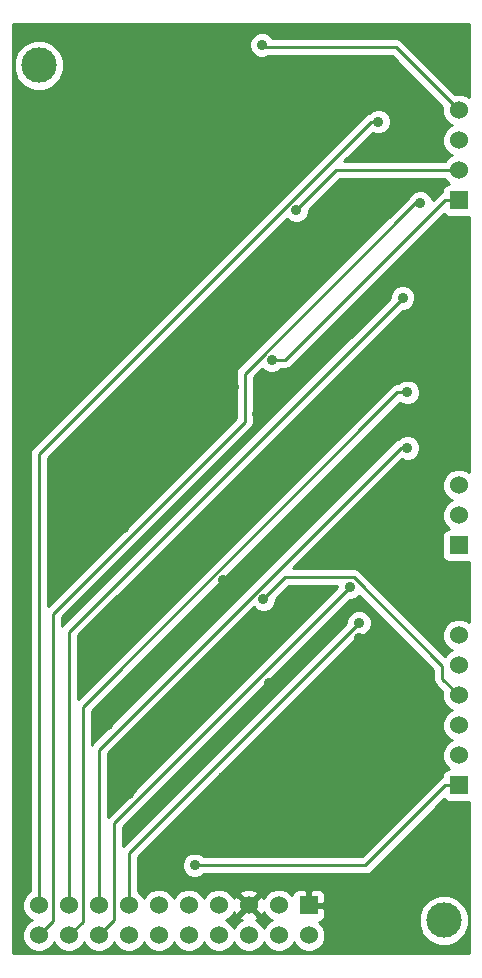
<source format=gbl>
G04 (created by PCBNEW (2013-07-07 BZR 4022)-stable) date 10/7/2013 2:25:56 PM*
%MOIN*%
G04 Gerber Fmt 3.4, Leading zero omitted, Abs format*
%FSLAX34Y34*%
G01*
G70*
G90*
G04 APERTURE LIST*
%ADD10C,0.00590551*%
%ADD11R,0.06X0.06*%
%ADD12C,0.06*%
%ADD13C,0.11811*%
%ADD14C,0.035*%
%ADD15C,0.01*%
G04 APERTURE END LIST*
G54D10*
G54D11*
X54500Y-45500D03*
G54D12*
X54500Y-44500D03*
X54500Y-43500D03*
X54500Y-42500D03*
G54D11*
X49500Y-69000D03*
G54D12*
X49500Y-70000D03*
X48500Y-69000D03*
X48500Y-70000D03*
X47500Y-69000D03*
X47500Y-70000D03*
X46500Y-69000D03*
X46500Y-70000D03*
X45500Y-69000D03*
X45500Y-70000D03*
X44500Y-69000D03*
X44500Y-70000D03*
X43500Y-69000D03*
X43500Y-70000D03*
X42500Y-69000D03*
X42500Y-70000D03*
X41500Y-69000D03*
X41500Y-70000D03*
X40500Y-69000D03*
X40500Y-70000D03*
G54D11*
X54500Y-57000D03*
G54D12*
X54500Y-56000D03*
X54500Y-55000D03*
G54D11*
X54500Y-65000D03*
G54D12*
X54500Y-64000D03*
X54500Y-63000D03*
X54500Y-62000D03*
X54500Y-61000D03*
X54500Y-60000D03*
G54D13*
X40500Y-41000D03*
X54000Y-69500D03*
G54D14*
X47938Y-40317D03*
X45691Y-67665D03*
X49079Y-45839D03*
X48272Y-50827D03*
X47982Y-58786D03*
X51821Y-42877D03*
X53212Y-45585D03*
X52629Y-48750D03*
X52783Y-51899D03*
X52783Y-53750D03*
X50867Y-58398D03*
X51173Y-59587D03*
X40573Y-43018D03*
X40084Y-53228D03*
X40084Y-62718D03*
X40084Y-65727D03*
X53860Y-49772D03*
X47000Y-51728D03*
X43349Y-53562D03*
X43312Y-49775D03*
X43708Y-48231D03*
X43323Y-43401D03*
X48493Y-47918D03*
X51174Y-62000D03*
X51162Y-56941D03*
X46322Y-46342D03*
X46318Y-44632D03*
X49425Y-51125D03*
X49428Y-43895D03*
X50767Y-46481D03*
X50769Y-53012D03*
X51350Y-39811D03*
X53225Y-68005D03*
X40233Y-44722D03*
X43349Y-56437D03*
X51169Y-60078D03*
X46323Y-41726D03*
X46637Y-58168D03*
X50773Y-44987D03*
X46637Y-64737D03*
X48361Y-63429D03*
X40246Y-49730D03*
X47782Y-52617D03*
X48422Y-57058D03*
X43500Y-65274D03*
X47770Y-66520D03*
X50770Y-63628D03*
X43500Y-59830D03*
X51491Y-51687D03*
X47175Y-67165D03*
X42822Y-62994D03*
X45939Y-61445D03*
X48162Y-61597D03*
X48524Y-39865D03*
X43321Y-40454D03*
G54D15*
X48021Y-40400D02*
X47938Y-40317D01*
X52400Y-40400D02*
X48021Y-40400D01*
X54500Y-42500D02*
X52400Y-40400D01*
X51384Y-67665D02*
X45691Y-67665D01*
X54049Y-65000D02*
X51384Y-67665D01*
X54500Y-65000D02*
X54049Y-65000D01*
X50418Y-44500D02*
X49079Y-45839D01*
X54500Y-44500D02*
X50418Y-44500D01*
X48722Y-50827D02*
X54049Y-45500D01*
X48272Y-50827D02*
X48722Y-50827D01*
X54500Y-45500D02*
X54049Y-45500D01*
X53950Y-61450D02*
X54500Y-62000D01*
X53950Y-61450D02*
X53950Y-61450D01*
X53950Y-61021D02*
X53950Y-61450D01*
X50998Y-58070D02*
X53950Y-61021D01*
X48699Y-58070D02*
X50998Y-58070D01*
X47982Y-58786D02*
X48699Y-58070D01*
X40500Y-53959D02*
X40500Y-69000D01*
X51582Y-42877D02*
X40500Y-53959D01*
X51821Y-42877D02*
X51582Y-42877D01*
X40964Y-69535D02*
X40500Y-70000D01*
X40964Y-59282D02*
X40964Y-69535D01*
X47365Y-52881D02*
X40964Y-59282D01*
X47365Y-51274D02*
X47365Y-52881D01*
X53054Y-45585D02*
X47365Y-51274D01*
X53212Y-45585D02*
X53054Y-45585D01*
X41500Y-59879D02*
X52629Y-48750D01*
X41500Y-69000D02*
X41500Y-59879D01*
X52445Y-51899D02*
X52783Y-51899D01*
X41958Y-62386D02*
X52445Y-51899D01*
X41958Y-69541D02*
X41958Y-62386D01*
X41500Y-70000D02*
X41958Y-69541D01*
X42500Y-63810D02*
X42500Y-69000D01*
X52560Y-53750D02*
X42500Y-63810D01*
X52783Y-53750D02*
X52560Y-53750D01*
X43000Y-69500D02*
X42500Y-70000D01*
X43000Y-66265D02*
X43000Y-69500D01*
X50867Y-58398D02*
X43000Y-66265D01*
X43500Y-67261D02*
X43500Y-69000D01*
X51173Y-59587D02*
X43500Y-67261D01*
G54D10*
G36*
X50442Y-58370D02*
X50442Y-58399D01*
X42800Y-66041D01*
X42800Y-63934D01*
X47664Y-59069D01*
X47741Y-59147D01*
X47898Y-59211D01*
X48067Y-59212D01*
X48223Y-59147D01*
X48343Y-59027D01*
X48407Y-58871D01*
X48407Y-58786D01*
X48824Y-58370D01*
X50442Y-58370D01*
X50442Y-58370D01*
G37*
G54D15*
X50442Y-58370D02*
X50442Y-58399D01*
X42800Y-66041D01*
X42800Y-63934D01*
X47664Y-59069D01*
X47741Y-59147D01*
X47898Y-59211D01*
X48067Y-59212D01*
X48223Y-59147D01*
X48343Y-59027D01*
X48407Y-58871D01*
X48407Y-58786D01*
X48824Y-58370D01*
X50442Y-58370D01*
G54D10*
G36*
X54172Y-44949D02*
X54150Y-44949D01*
X54058Y-44987D01*
X53988Y-45058D01*
X53950Y-45150D01*
X53949Y-45219D01*
X53949Y-45219D01*
X53935Y-45222D01*
X53837Y-45287D01*
X53633Y-45492D01*
X53572Y-45344D01*
X53453Y-45225D01*
X53297Y-45160D01*
X53128Y-45160D01*
X52971Y-45224D01*
X52852Y-45344D01*
X52838Y-45377D01*
X47153Y-51062D01*
X47088Y-51159D01*
X47065Y-51274D01*
X47065Y-52757D01*
X40800Y-59022D01*
X40800Y-54083D01*
X48761Y-46122D01*
X48838Y-46199D01*
X48994Y-46264D01*
X49163Y-46264D01*
X49319Y-46200D01*
X49439Y-46080D01*
X49504Y-45924D01*
X49504Y-45838D01*
X50543Y-44800D01*
X54028Y-44800D01*
X54033Y-44811D01*
X54172Y-44949D01*
X54172Y-44949D01*
G37*
G54D15*
X54172Y-44949D02*
X54150Y-44949D01*
X54058Y-44987D01*
X53988Y-45058D01*
X53950Y-45150D01*
X53949Y-45219D01*
X53949Y-45219D01*
X53935Y-45222D01*
X53837Y-45287D01*
X53633Y-45492D01*
X53572Y-45344D01*
X53453Y-45225D01*
X53297Y-45160D01*
X53128Y-45160D01*
X52971Y-45224D01*
X52852Y-45344D01*
X52838Y-45377D01*
X47153Y-51062D01*
X47088Y-51159D01*
X47065Y-51274D01*
X47065Y-52757D01*
X40800Y-59022D01*
X40800Y-54083D01*
X48761Y-46122D01*
X48838Y-46199D01*
X48994Y-46264D01*
X49163Y-46264D01*
X49319Y-46200D01*
X49439Y-46080D01*
X49504Y-45924D01*
X49504Y-45838D01*
X50543Y-44800D01*
X54028Y-44800D01*
X54033Y-44811D01*
X54172Y-44949D01*
G54D10*
G36*
X54848Y-59570D02*
X54811Y-59534D01*
X54609Y-59450D01*
X54391Y-59449D01*
X54188Y-59533D01*
X54034Y-59688D01*
X53950Y-59890D01*
X53949Y-60108D01*
X54033Y-60311D01*
X54188Y-60465D01*
X54269Y-60499D01*
X54188Y-60533D01*
X54037Y-60684D01*
X51210Y-57857D01*
X51113Y-57792D01*
X50998Y-57770D01*
X48964Y-57770D01*
X52600Y-54134D01*
X52698Y-54174D01*
X52867Y-54175D01*
X53023Y-54110D01*
X53143Y-53991D01*
X53208Y-53834D01*
X53208Y-53665D01*
X53143Y-53509D01*
X53024Y-53389D01*
X52868Y-53325D01*
X52699Y-53324D01*
X52543Y-53389D01*
X52463Y-53469D01*
X52463Y-53469D01*
X52445Y-53472D01*
X52348Y-53537D01*
X42287Y-63598D01*
X42258Y-63641D01*
X42258Y-62511D01*
X52526Y-52243D01*
X52542Y-52260D01*
X52698Y-52324D01*
X52867Y-52324D01*
X53023Y-52260D01*
X53143Y-52140D01*
X53208Y-51984D01*
X53208Y-51815D01*
X53143Y-51659D01*
X53024Y-51539D01*
X52868Y-51474D01*
X52699Y-51474D01*
X52543Y-51539D01*
X52482Y-51599D01*
X52445Y-51599D01*
X52330Y-51622D01*
X52233Y-51687D01*
X41800Y-62121D01*
X41800Y-60003D01*
X52628Y-49174D01*
X52713Y-49175D01*
X52870Y-49110D01*
X52989Y-48991D01*
X53054Y-48834D01*
X53054Y-48665D01*
X52990Y-48509D01*
X52870Y-48389D01*
X52714Y-48325D01*
X52545Y-48324D01*
X52389Y-48389D01*
X52269Y-48508D01*
X52204Y-48665D01*
X52204Y-48750D01*
X41287Y-59667D01*
X41264Y-59702D01*
X41264Y-59406D01*
X47577Y-53093D01*
X47642Y-52996D01*
X47665Y-52881D01*
X47665Y-52881D01*
X47665Y-51398D01*
X47954Y-51109D01*
X48031Y-51187D01*
X48187Y-51251D01*
X48356Y-51252D01*
X48513Y-51187D01*
X48573Y-51127D01*
X48722Y-51127D01*
X48722Y-51127D01*
X48837Y-51104D01*
X48837Y-51104D01*
X48934Y-51039D01*
X54010Y-45963D01*
X54058Y-46011D01*
X54150Y-46049D01*
X54249Y-46050D01*
X54848Y-46050D01*
X54848Y-54570D01*
X54811Y-54534D01*
X54609Y-54450D01*
X54391Y-54449D01*
X54188Y-54533D01*
X54034Y-54688D01*
X53950Y-54890D01*
X53949Y-55108D01*
X54033Y-55311D01*
X54188Y-55465D01*
X54269Y-55499D01*
X54188Y-55533D01*
X54034Y-55688D01*
X53950Y-55890D01*
X53949Y-56108D01*
X54033Y-56311D01*
X54172Y-56449D01*
X54150Y-56449D01*
X54058Y-56487D01*
X53988Y-56558D01*
X53950Y-56650D01*
X53949Y-56749D01*
X53949Y-57349D01*
X53987Y-57441D01*
X54058Y-57511D01*
X54150Y-57549D01*
X54249Y-57550D01*
X54848Y-57550D01*
X54848Y-59570D01*
X54848Y-59570D01*
G37*
G54D15*
X54848Y-59570D02*
X54811Y-59534D01*
X54609Y-59450D01*
X54391Y-59449D01*
X54188Y-59533D01*
X54034Y-59688D01*
X53950Y-59890D01*
X53949Y-60108D01*
X54033Y-60311D01*
X54188Y-60465D01*
X54269Y-60499D01*
X54188Y-60533D01*
X54037Y-60684D01*
X51210Y-57857D01*
X51113Y-57792D01*
X50998Y-57770D01*
X48964Y-57770D01*
X52600Y-54134D01*
X52698Y-54174D01*
X52867Y-54175D01*
X53023Y-54110D01*
X53143Y-53991D01*
X53208Y-53834D01*
X53208Y-53665D01*
X53143Y-53509D01*
X53024Y-53389D01*
X52868Y-53325D01*
X52699Y-53324D01*
X52543Y-53389D01*
X52463Y-53469D01*
X52463Y-53469D01*
X52445Y-53472D01*
X52348Y-53537D01*
X42287Y-63598D01*
X42258Y-63641D01*
X42258Y-62511D01*
X52526Y-52243D01*
X52542Y-52260D01*
X52698Y-52324D01*
X52867Y-52324D01*
X53023Y-52260D01*
X53143Y-52140D01*
X53208Y-51984D01*
X53208Y-51815D01*
X53143Y-51659D01*
X53024Y-51539D01*
X52868Y-51474D01*
X52699Y-51474D01*
X52543Y-51539D01*
X52482Y-51599D01*
X52445Y-51599D01*
X52330Y-51622D01*
X52233Y-51687D01*
X41800Y-62121D01*
X41800Y-60003D01*
X52628Y-49174D01*
X52713Y-49175D01*
X52870Y-49110D01*
X52989Y-48991D01*
X53054Y-48834D01*
X53054Y-48665D01*
X52990Y-48509D01*
X52870Y-48389D01*
X52714Y-48325D01*
X52545Y-48324D01*
X52389Y-48389D01*
X52269Y-48508D01*
X52204Y-48665D01*
X52204Y-48750D01*
X41287Y-59667D01*
X41264Y-59702D01*
X41264Y-59406D01*
X47577Y-53093D01*
X47642Y-52996D01*
X47665Y-52881D01*
X47665Y-52881D01*
X47665Y-51398D01*
X47954Y-51109D01*
X48031Y-51187D01*
X48187Y-51251D01*
X48356Y-51252D01*
X48513Y-51187D01*
X48573Y-51127D01*
X48722Y-51127D01*
X48722Y-51127D01*
X48837Y-51104D01*
X48837Y-51104D01*
X48934Y-51039D01*
X54010Y-45963D01*
X54058Y-46011D01*
X54150Y-46049D01*
X54249Y-46050D01*
X54848Y-46050D01*
X54848Y-54570D01*
X54811Y-54534D01*
X54609Y-54450D01*
X54391Y-54449D01*
X54188Y-54533D01*
X54034Y-54688D01*
X53950Y-54890D01*
X53949Y-55108D01*
X54033Y-55311D01*
X54188Y-55465D01*
X54269Y-55499D01*
X54188Y-55533D01*
X54034Y-55688D01*
X53950Y-55890D01*
X53949Y-56108D01*
X54033Y-56311D01*
X54172Y-56449D01*
X54150Y-56449D01*
X54058Y-56487D01*
X53988Y-56558D01*
X53950Y-56650D01*
X53949Y-56749D01*
X53949Y-57349D01*
X53987Y-57441D01*
X54058Y-57511D01*
X54150Y-57549D01*
X54249Y-57550D01*
X54848Y-57550D01*
X54848Y-59570D01*
G54D10*
G36*
X54848Y-70596D02*
X54840Y-70596D01*
X54840Y-69333D01*
X54713Y-69024D01*
X54476Y-68787D01*
X54167Y-68659D01*
X53833Y-68659D01*
X53524Y-68787D01*
X53287Y-69023D01*
X53159Y-69332D01*
X53159Y-69666D01*
X53287Y-69975D01*
X53523Y-70212D01*
X53832Y-70340D01*
X54166Y-70340D01*
X54475Y-70213D01*
X54712Y-69976D01*
X54840Y-69667D01*
X54840Y-69333D01*
X54840Y-70596D01*
X39639Y-70596D01*
X39639Y-39639D01*
X54848Y-39639D01*
X54848Y-42070D01*
X54811Y-42034D01*
X54609Y-41950D01*
X54391Y-41949D01*
X54379Y-41954D01*
X52612Y-40187D01*
X52514Y-40122D01*
X52400Y-40100D01*
X48308Y-40100D01*
X48298Y-40076D01*
X48179Y-39957D01*
X48023Y-39892D01*
X47854Y-39892D01*
X47697Y-39956D01*
X47578Y-40076D01*
X47513Y-40232D01*
X47513Y-40401D01*
X47577Y-40557D01*
X47697Y-40677D01*
X47853Y-40742D01*
X48022Y-40742D01*
X48124Y-40700D01*
X52275Y-40700D01*
X53954Y-42378D01*
X53950Y-42390D01*
X53949Y-42608D01*
X54033Y-42811D01*
X54188Y-42965D01*
X54269Y-42999D01*
X54188Y-43033D01*
X54034Y-43188D01*
X53950Y-43390D01*
X53949Y-43608D01*
X54033Y-43811D01*
X54188Y-43965D01*
X54269Y-43999D01*
X54188Y-44033D01*
X54034Y-44188D01*
X54029Y-44200D01*
X50683Y-44200D01*
X51626Y-43256D01*
X51736Y-43301D01*
X51905Y-43302D01*
X52061Y-43237D01*
X52181Y-43118D01*
X52245Y-42961D01*
X52246Y-42792D01*
X52181Y-42636D01*
X52062Y-42516D01*
X51905Y-42452D01*
X51736Y-42451D01*
X51580Y-42516D01*
X51504Y-42592D01*
X51504Y-42592D01*
X51467Y-42599D01*
X51370Y-42664D01*
X41340Y-52694D01*
X41340Y-40833D01*
X41213Y-40524D01*
X40976Y-40287D01*
X40667Y-40159D01*
X40333Y-40159D01*
X40024Y-40287D01*
X39787Y-40523D01*
X39659Y-40832D01*
X39659Y-41166D01*
X39787Y-41475D01*
X40023Y-41712D01*
X40332Y-41840D01*
X40666Y-41840D01*
X40975Y-41713D01*
X41212Y-41476D01*
X41340Y-41167D01*
X41340Y-40833D01*
X41340Y-52694D01*
X40287Y-53747D01*
X40222Y-53844D01*
X40200Y-53959D01*
X40200Y-68528D01*
X40188Y-68533D01*
X40034Y-68688D01*
X39950Y-68890D01*
X39949Y-69108D01*
X40033Y-69311D01*
X40188Y-69465D01*
X40269Y-69499D01*
X40188Y-69533D01*
X40034Y-69688D01*
X39950Y-69890D01*
X39949Y-70108D01*
X40033Y-70311D01*
X40188Y-70465D01*
X40390Y-70549D01*
X40608Y-70550D01*
X40811Y-70466D01*
X40965Y-70311D01*
X40999Y-70230D01*
X41033Y-70311D01*
X41188Y-70465D01*
X41390Y-70549D01*
X41608Y-70550D01*
X41811Y-70466D01*
X41965Y-70311D01*
X41999Y-70230D01*
X42033Y-70311D01*
X42188Y-70465D01*
X42390Y-70549D01*
X42608Y-70550D01*
X42811Y-70466D01*
X42965Y-70311D01*
X42999Y-70230D01*
X43033Y-70311D01*
X43188Y-70465D01*
X43390Y-70549D01*
X43608Y-70550D01*
X43811Y-70466D01*
X43965Y-70311D01*
X43999Y-70230D01*
X44033Y-70311D01*
X44188Y-70465D01*
X44390Y-70549D01*
X44608Y-70550D01*
X44811Y-70466D01*
X44965Y-70311D01*
X44999Y-70230D01*
X45033Y-70311D01*
X45188Y-70465D01*
X45390Y-70549D01*
X45608Y-70550D01*
X45811Y-70466D01*
X45965Y-70311D01*
X45999Y-70230D01*
X46033Y-70311D01*
X46188Y-70465D01*
X46390Y-70549D01*
X46608Y-70550D01*
X46811Y-70466D01*
X46965Y-70311D01*
X46999Y-70230D01*
X47033Y-70311D01*
X47188Y-70465D01*
X47390Y-70549D01*
X47608Y-70550D01*
X47811Y-70466D01*
X47965Y-70311D01*
X47999Y-70230D01*
X48033Y-70311D01*
X48188Y-70465D01*
X48390Y-70549D01*
X48608Y-70550D01*
X48811Y-70466D01*
X48965Y-70311D01*
X48999Y-70230D01*
X49033Y-70311D01*
X49188Y-70465D01*
X49390Y-70549D01*
X49608Y-70550D01*
X49811Y-70466D01*
X49965Y-70311D01*
X50049Y-70109D01*
X50050Y-69891D01*
X49966Y-69688D01*
X49827Y-69550D01*
X49849Y-69550D01*
X49941Y-69512D01*
X50011Y-69441D01*
X50049Y-69349D01*
X50050Y-69250D01*
X50050Y-68749D01*
X50049Y-68650D01*
X50011Y-68558D01*
X49941Y-68487D01*
X49849Y-68449D01*
X49612Y-68450D01*
X49550Y-68512D01*
X49550Y-68950D01*
X49987Y-68950D01*
X50050Y-68887D01*
X50050Y-68749D01*
X50050Y-69250D01*
X50050Y-69112D01*
X49987Y-69050D01*
X49550Y-69050D01*
X49550Y-69057D01*
X49450Y-69057D01*
X49450Y-69050D01*
X49442Y-69050D01*
X49442Y-68950D01*
X49450Y-68950D01*
X49450Y-68512D01*
X49387Y-68450D01*
X49150Y-68449D01*
X49058Y-68487D01*
X48988Y-68558D01*
X48950Y-68650D01*
X48950Y-68672D01*
X48811Y-68534D01*
X48609Y-68450D01*
X48391Y-68449D01*
X48188Y-68533D01*
X48034Y-68688D01*
X48002Y-68763D01*
X47981Y-68712D01*
X47885Y-68684D01*
X47815Y-68755D01*
X47815Y-68614D01*
X47787Y-68518D01*
X47581Y-68445D01*
X47363Y-68456D01*
X47212Y-68518D01*
X47184Y-68614D01*
X47500Y-68929D01*
X47815Y-68614D01*
X47815Y-68755D01*
X47570Y-69000D01*
X47885Y-69315D01*
X47981Y-69287D01*
X48000Y-69232D01*
X48033Y-69311D01*
X48188Y-69465D01*
X48269Y-69499D01*
X48188Y-69533D01*
X48034Y-69688D01*
X48000Y-69769D01*
X47966Y-69688D01*
X47811Y-69534D01*
X47736Y-69502D01*
X47787Y-69481D01*
X47815Y-69385D01*
X47500Y-69070D01*
X47184Y-69385D01*
X47212Y-69481D01*
X47267Y-69500D01*
X47188Y-69533D01*
X47034Y-69688D01*
X47000Y-69769D01*
X46966Y-69688D01*
X46811Y-69534D01*
X46730Y-69500D01*
X46811Y-69466D01*
X46965Y-69311D01*
X46997Y-69236D01*
X47018Y-69287D01*
X47114Y-69315D01*
X47429Y-69000D01*
X47114Y-68684D01*
X47018Y-68712D01*
X46999Y-68767D01*
X46966Y-68688D01*
X46811Y-68534D01*
X46609Y-68450D01*
X46391Y-68449D01*
X46188Y-68533D01*
X46034Y-68688D01*
X46000Y-68769D01*
X45966Y-68688D01*
X45811Y-68534D01*
X45609Y-68450D01*
X45391Y-68449D01*
X45188Y-68533D01*
X45034Y-68688D01*
X45000Y-68769D01*
X44966Y-68688D01*
X44811Y-68534D01*
X44609Y-68450D01*
X44391Y-68449D01*
X44188Y-68533D01*
X44034Y-68688D01*
X44000Y-68769D01*
X43966Y-68688D01*
X43811Y-68534D01*
X43800Y-68529D01*
X43800Y-67385D01*
X51172Y-60012D01*
X51257Y-60012D01*
X51413Y-59948D01*
X51533Y-59828D01*
X51598Y-59672D01*
X51598Y-59503D01*
X51533Y-59347D01*
X51414Y-59227D01*
X51258Y-59162D01*
X51089Y-59162D01*
X50932Y-59227D01*
X50813Y-59346D01*
X50748Y-59502D01*
X50748Y-59588D01*
X43300Y-67036D01*
X43300Y-66389D01*
X50866Y-58823D01*
X50951Y-58823D01*
X51107Y-58758D01*
X51185Y-58681D01*
X53650Y-61145D01*
X53650Y-61450D01*
X53672Y-61564D01*
X53737Y-61662D01*
X53738Y-61662D01*
X53954Y-61878D01*
X53950Y-61890D01*
X53949Y-62108D01*
X54033Y-62311D01*
X54188Y-62465D01*
X54269Y-62499D01*
X54188Y-62533D01*
X54034Y-62688D01*
X53950Y-62890D01*
X53949Y-63108D01*
X54033Y-63311D01*
X54188Y-63465D01*
X54269Y-63499D01*
X54188Y-63533D01*
X54034Y-63688D01*
X53950Y-63890D01*
X53949Y-64108D01*
X54033Y-64311D01*
X54172Y-64449D01*
X54150Y-64449D01*
X54058Y-64487D01*
X53988Y-64558D01*
X53950Y-64650D01*
X53949Y-64719D01*
X53949Y-64719D01*
X53935Y-64722D01*
X53837Y-64787D01*
X51259Y-67365D01*
X45992Y-67365D01*
X45932Y-67305D01*
X45776Y-67240D01*
X45606Y-67240D01*
X45450Y-67305D01*
X45331Y-67424D01*
X45266Y-67580D01*
X45266Y-67749D01*
X45330Y-67906D01*
X45450Y-68025D01*
X45606Y-68090D01*
X45775Y-68090D01*
X45931Y-68026D01*
X45992Y-67965D01*
X51384Y-67965D01*
X51384Y-67965D01*
X51498Y-67942D01*
X51498Y-67942D01*
X51596Y-67877D01*
X54010Y-65463D01*
X54058Y-65511D01*
X54150Y-65549D01*
X54249Y-65550D01*
X54848Y-65550D01*
X54848Y-70596D01*
X54848Y-70596D01*
G37*
G54D15*
X54848Y-70596D02*
X54840Y-70596D01*
X54840Y-69333D01*
X54713Y-69024D01*
X54476Y-68787D01*
X54167Y-68659D01*
X53833Y-68659D01*
X53524Y-68787D01*
X53287Y-69023D01*
X53159Y-69332D01*
X53159Y-69666D01*
X53287Y-69975D01*
X53523Y-70212D01*
X53832Y-70340D01*
X54166Y-70340D01*
X54475Y-70213D01*
X54712Y-69976D01*
X54840Y-69667D01*
X54840Y-69333D01*
X54840Y-70596D01*
X39639Y-70596D01*
X39639Y-39639D01*
X54848Y-39639D01*
X54848Y-42070D01*
X54811Y-42034D01*
X54609Y-41950D01*
X54391Y-41949D01*
X54379Y-41954D01*
X52612Y-40187D01*
X52514Y-40122D01*
X52400Y-40100D01*
X48308Y-40100D01*
X48298Y-40076D01*
X48179Y-39957D01*
X48023Y-39892D01*
X47854Y-39892D01*
X47697Y-39956D01*
X47578Y-40076D01*
X47513Y-40232D01*
X47513Y-40401D01*
X47577Y-40557D01*
X47697Y-40677D01*
X47853Y-40742D01*
X48022Y-40742D01*
X48124Y-40700D01*
X52275Y-40700D01*
X53954Y-42378D01*
X53950Y-42390D01*
X53949Y-42608D01*
X54033Y-42811D01*
X54188Y-42965D01*
X54269Y-42999D01*
X54188Y-43033D01*
X54034Y-43188D01*
X53950Y-43390D01*
X53949Y-43608D01*
X54033Y-43811D01*
X54188Y-43965D01*
X54269Y-43999D01*
X54188Y-44033D01*
X54034Y-44188D01*
X54029Y-44200D01*
X50683Y-44200D01*
X51626Y-43256D01*
X51736Y-43301D01*
X51905Y-43302D01*
X52061Y-43237D01*
X52181Y-43118D01*
X52245Y-42961D01*
X52246Y-42792D01*
X52181Y-42636D01*
X52062Y-42516D01*
X51905Y-42452D01*
X51736Y-42451D01*
X51580Y-42516D01*
X51504Y-42592D01*
X51504Y-42592D01*
X51467Y-42599D01*
X51370Y-42664D01*
X41340Y-52694D01*
X41340Y-40833D01*
X41213Y-40524D01*
X40976Y-40287D01*
X40667Y-40159D01*
X40333Y-40159D01*
X40024Y-40287D01*
X39787Y-40523D01*
X39659Y-40832D01*
X39659Y-41166D01*
X39787Y-41475D01*
X40023Y-41712D01*
X40332Y-41840D01*
X40666Y-41840D01*
X40975Y-41713D01*
X41212Y-41476D01*
X41340Y-41167D01*
X41340Y-40833D01*
X41340Y-52694D01*
X40287Y-53747D01*
X40222Y-53844D01*
X40200Y-53959D01*
X40200Y-68528D01*
X40188Y-68533D01*
X40034Y-68688D01*
X39950Y-68890D01*
X39949Y-69108D01*
X40033Y-69311D01*
X40188Y-69465D01*
X40269Y-69499D01*
X40188Y-69533D01*
X40034Y-69688D01*
X39950Y-69890D01*
X39949Y-70108D01*
X40033Y-70311D01*
X40188Y-70465D01*
X40390Y-70549D01*
X40608Y-70550D01*
X40811Y-70466D01*
X40965Y-70311D01*
X40999Y-70230D01*
X41033Y-70311D01*
X41188Y-70465D01*
X41390Y-70549D01*
X41608Y-70550D01*
X41811Y-70466D01*
X41965Y-70311D01*
X41999Y-70230D01*
X42033Y-70311D01*
X42188Y-70465D01*
X42390Y-70549D01*
X42608Y-70550D01*
X42811Y-70466D01*
X42965Y-70311D01*
X42999Y-70230D01*
X43033Y-70311D01*
X43188Y-70465D01*
X43390Y-70549D01*
X43608Y-70550D01*
X43811Y-70466D01*
X43965Y-70311D01*
X43999Y-70230D01*
X44033Y-70311D01*
X44188Y-70465D01*
X44390Y-70549D01*
X44608Y-70550D01*
X44811Y-70466D01*
X44965Y-70311D01*
X44999Y-70230D01*
X45033Y-70311D01*
X45188Y-70465D01*
X45390Y-70549D01*
X45608Y-70550D01*
X45811Y-70466D01*
X45965Y-70311D01*
X45999Y-70230D01*
X46033Y-70311D01*
X46188Y-70465D01*
X46390Y-70549D01*
X46608Y-70550D01*
X46811Y-70466D01*
X46965Y-70311D01*
X46999Y-70230D01*
X47033Y-70311D01*
X47188Y-70465D01*
X47390Y-70549D01*
X47608Y-70550D01*
X47811Y-70466D01*
X47965Y-70311D01*
X47999Y-70230D01*
X48033Y-70311D01*
X48188Y-70465D01*
X48390Y-70549D01*
X48608Y-70550D01*
X48811Y-70466D01*
X48965Y-70311D01*
X48999Y-70230D01*
X49033Y-70311D01*
X49188Y-70465D01*
X49390Y-70549D01*
X49608Y-70550D01*
X49811Y-70466D01*
X49965Y-70311D01*
X50049Y-70109D01*
X50050Y-69891D01*
X49966Y-69688D01*
X49827Y-69550D01*
X49849Y-69550D01*
X49941Y-69512D01*
X50011Y-69441D01*
X50049Y-69349D01*
X50050Y-69250D01*
X50050Y-68749D01*
X50049Y-68650D01*
X50011Y-68558D01*
X49941Y-68487D01*
X49849Y-68449D01*
X49612Y-68450D01*
X49550Y-68512D01*
X49550Y-68950D01*
X49987Y-68950D01*
X50050Y-68887D01*
X50050Y-68749D01*
X50050Y-69250D01*
X50050Y-69112D01*
X49987Y-69050D01*
X49550Y-69050D01*
X49550Y-69057D01*
X49450Y-69057D01*
X49450Y-69050D01*
X49442Y-69050D01*
X49442Y-68950D01*
X49450Y-68950D01*
X49450Y-68512D01*
X49387Y-68450D01*
X49150Y-68449D01*
X49058Y-68487D01*
X48988Y-68558D01*
X48950Y-68650D01*
X48950Y-68672D01*
X48811Y-68534D01*
X48609Y-68450D01*
X48391Y-68449D01*
X48188Y-68533D01*
X48034Y-68688D01*
X48002Y-68763D01*
X47981Y-68712D01*
X47885Y-68684D01*
X47815Y-68755D01*
X47815Y-68614D01*
X47787Y-68518D01*
X47581Y-68445D01*
X47363Y-68456D01*
X47212Y-68518D01*
X47184Y-68614D01*
X47500Y-68929D01*
X47815Y-68614D01*
X47815Y-68755D01*
X47570Y-69000D01*
X47885Y-69315D01*
X47981Y-69287D01*
X48000Y-69232D01*
X48033Y-69311D01*
X48188Y-69465D01*
X48269Y-69499D01*
X48188Y-69533D01*
X48034Y-69688D01*
X48000Y-69769D01*
X47966Y-69688D01*
X47811Y-69534D01*
X47736Y-69502D01*
X47787Y-69481D01*
X47815Y-69385D01*
X47500Y-69070D01*
X47184Y-69385D01*
X47212Y-69481D01*
X47267Y-69500D01*
X47188Y-69533D01*
X47034Y-69688D01*
X47000Y-69769D01*
X46966Y-69688D01*
X46811Y-69534D01*
X46730Y-69500D01*
X46811Y-69466D01*
X46965Y-69311D01*
X46997Y-69236D01*
X47018Y-69287D01*
X47114Y-69315D01*
X47429Y-69000D01*
X47114Y-68684D01*
X47018Y-68712D01*
X46999Y-68767D01*
X46966Y-68688D01*
X46811Y-68534D01*
X46609Y-68450D01*
X46391Y-68449D01*
X46188Y-68533D01*
X46034Y-68688D01*
X46000Y-68769D01*
X45966Y-68688D01*
X45811Y-68534D01*
X45609Y-68450D01*
X45391Y-68449D01*
X45188Y-68533D01*
X45034Y-68688D01*
X45000Y-68769D01*
X44966Y-68688D01*
X44811Y-68534D01*
X44609Y-68450D01*
X44391Y-68449D01*
X44188Y-68533D01*
X44034Y-68688D01*
X44000Y-68769D01*
X43966Y-68688D01*
X43811Y-68534D01*
X43800Y-68529D01*
X43800Y-67385D01*
X51172Y-60012D01*
X51257Y-60012D01*
X51413Y-59948D01*
X51533Y-59828D01*
X51598Y-59672D01*
X51598Y-59503D01*
X51533Y-59347D01*
X51414Y-59227D01*
X51258Y-59162D01*
X51089Y-59162D01*
X50932Y-59227D01*
X50813Y-59346D01*
X50748Y-59502D01*
X50748Y-59588D01*
X43300Y-67036D01*
X43300Y-66389D01*
X50866Y-58823D01*
X50951Y-58823D01*
X51107Y-58758D01*
X51185Y-58681D01*
X53650Y-61145D01*
X53650Y-61450D01*
X53672Y-61564D01*
X53737Y-61662D01*
X53738Y-61662D01*
X53954Y-61878D01*
X53950Y-61890D01*
X53949Y-62108D01*
X54033Y-62311D01*
X54188Y-62465D01*
X54269Y-62499D01*
X54188Y-62533D01*
X54034Y-62688D01*
X53950Y-62890D01*
X53949Y-63108D01*
X54033Y-63311D01*
X54188Y-63465D01*
X54269Y-63499D01*
X54188Y-63533D01*
X54034Y-63688D01*
X53950Y-63890D01*
X53949Y-64108D01*
X54033Y-64311D01*
X54172Y-64449D01*
X54150Y-64449D01*
X54058Y-64487D01*
X53988Y-64558D01*
X53950Y-64650D01*
X53949Y-64719D01*
X53949Y-64719D01*
X53935Y-64722D01*
X53837Y-64787D01*
X51259Y-67365D01*
X45992Y-67365D01*
X45932Y-67305D01*
X45776Y-67240D01*
X45606Y-67240D01*
X45450Y-67305D01*
X45331Y-67424D01*
X45266Y-67580D01*
X45266Y-67749D01*
X45330Y-67906D01*
X45450Y-68025D01*
X45606Y-68090D01*
X45775Y-68090D01*
X45931Y-68026D01*
X45992Y-67965D01*
X51384Y-67965D01*
X51384Y-67965D01*
X51498Y-67942D01*
X51498Y-67942D01*
X51596Y-67877D01*
X54010Y-65463D01*
X54058Y-65511D01*
X54150Y-65549D01*
X54249Y-65550D01*
X54848Y-65550D01*
X54848Y-70596D01*
M02*

</source>
